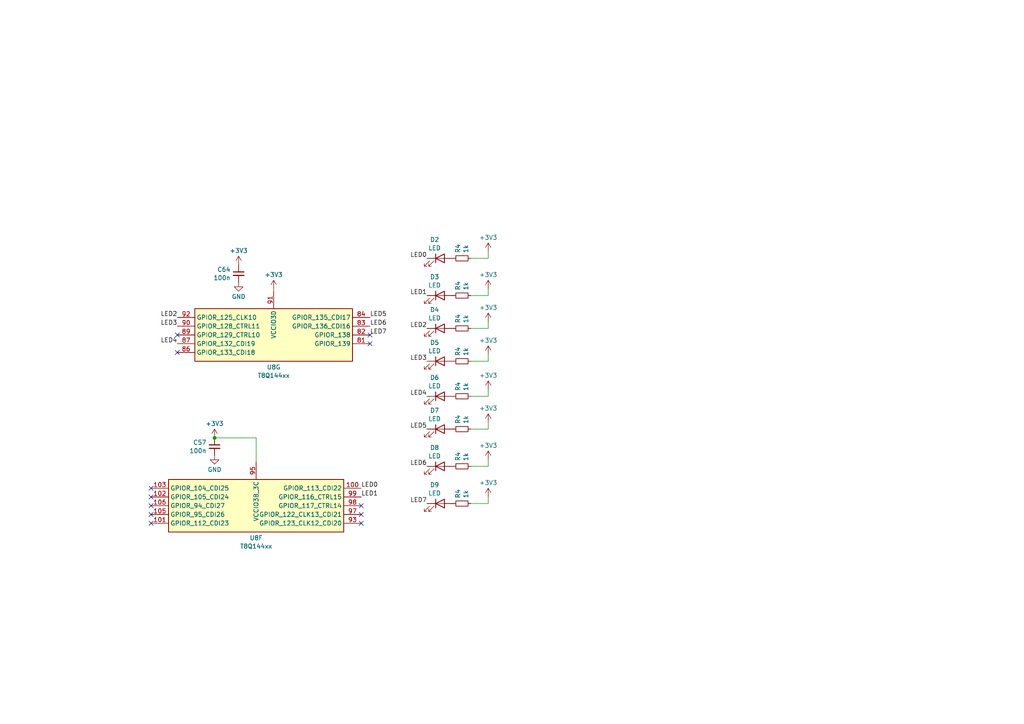
<source format=kicad_sch>
(kicad_sch (version 20230121) (generator eeschema)
  (paper "A4")
  (lib_symbols
    (symbol "Device:C_Small" (pin_numbers hide) (pin_names (offset 0.254) hide)
      (property "Reference" "C" (at 0.254 1.778 0))
      (property "Value" "C_Small" (at 0.254 -2.032 0))
      (symbol "C_Small_0_1"
        (polyline (pts (xy -1.524 -0.508) (xy 1.524 -0.508)) (stroke (width 0.3302)))
        (polyline (pts (xy -1.524 0.508) (xy 1.524 0.508)) (stroke (width 0.3048)))
      )
      (symbol "C_Small_1_1"
        (pin passive line (at 0 2.54 270) (length 2.032) (name "~") (number "1"))
        (pin passive line (at 0 -2.54 90) (length 2.032) (name "~") (number "2"))
      )
    )
    (symbol "Device:LED" (pin_numbers hide) (pin_names (offset 1.016) hide)
      (property "Reference" "D" (at 0 2.54 0))
      (property "Value" "LED" (at 0 -2.54 0))
      (symbol "LED_0_1"
        (polyline (pts (xy -1.27 -1.27) (xy -1.27 1.27)) (stroke (width 0.254)))
        (polyline (pts (xy -1.27 0) (xy 1.27 0)))
        (polyline (pts (xy 1.27 -1.27) (xy 1.27 1.27) (xy -1.27 0) (xy 1.27 -1.27)) (stroke (width 0.254)))
        (polyline (pts (xy -3.048 -0.762) (xy -4.572 -2.286) (xy -3.81 -2.286) (xy -4.572 -2.286) (xy -4.572 -1.524)))
        (polyline (pts (xy -1.778 -0.762) (xy -3.302 -2.286) (xy -2.54 -2.286) (xy -3.302 -2.286) (xy -3.302 -1.524)))
      )
      (symbol "LED_1_1"
        (pin passive line (at -3.81 0 0) (length 2.54) (name "K") (number "1"))
        (pin passive line (at 3.81 0 180) (length 2.54) (name "A") (number "2"))
      )
    )
    (symbol "Device:R_Small" (pin_numbers hide) (pin_names (offset 0.254) hide)
      (property "Reference" "R" (at 0.762 0.508 0))
      (property "Value" "R_Small" (at 0.762 -1.016 0))
      (symbol "R_Small_0_1"
        (rectangle (start -0.762 1.778) (end 0.762 -1.778) (stroke (width 0.2032)))
      )
      (symbol "R_Small_1_1"
        (pin passive line (at 0 2.54 270) (length 0.762) (name "~") (number "1"))
        (pin passive line (at 0 -2.54 90) (length 0.762) (name "~") (number "2"))
      )
    )
    (symbol "FPGA_Efinix_Trion:T8Q144xx"
      (property "Reference" "U" (at -24.13 16.51 0))
      (property "Value" "T8Q144xx" (at 19.05 -16.51 0))
      (symbol "T8Q144xx_1_1"
        (rectangle (start -17.78 12.7) (end 17.78 -12.7) (stroke (width 0.254)) (fill (type background)))
        (pin power_in line (at 0 17.78 270) (length 5.08) (name "VCCIO1A") (number "23"))
        (pin output line (at -22.86 -5.08 0) (length 5.08) (name "TDO") (number "24"))
        (pin input line (at -22.86 -7.62 0) (length 5.08) (name "TMS") (number "25"))
        (pin input line (at -22.86 0 0) (length 5.08) (name "TCK") (number "26"))
        (pin input line (at -22.86 -2.54 0) (length 5.08) (name "TDI") (number "27"))
        (pin bidirectional line (at 22.86 -2.54 180) (length 5.08) (name "GPIOL_09_CDI1") (number "28"))
        (pin bidirectional line (at 22.86 0 180) (length 5.08) (name "GPIOL_08_CDI0") (number "29"))
        (pin bidirectional line (at 22.86 7.62 180) (length 5.08) (name "GPIOL_01_CCK") (number "30"))
        (pin bidirectional line (at 22.86 10.16 180) (length 5.08) (name "GPIOL_00_SS_N") (number "31"))
        (pin bidirectional line (at 22.86 5.08 180) (length 5.08) (name "GPIOL_04_CSI") (number "32"))
        (pin bidirectional line (at 22.86 2.54 180) (length 5.08) (name "GPIOL_05_CSO") (number "33"))
        (pin bidirectional line (at -22.86 10.16 0) (length 5.08) (name "CDONE") (number "34"))
        (pin bidirectional line (at -22.86 5.08 0) (length 5.08) (name "CRESET_N") (number "35"))
      )
      (symbol "T8Q144xx_2_1"
        (rectangle (start -22.86 7.62) (end 22.86 -7.62) (stroke (width 0.254)) (fill (type background)))
        (pin bidirectional line (at 27.94 0 180) (length 5.08) (name "GPIOL_25_CLK1") (number "14"))
        (pin bidirectional line (at 27.94 2.54 180) (length 5.08) (name "GPIOL_24_CLK0") (number "15"))
        (pin bidirectional line (at 27.94 5.08 180) (length 5.08) (name "GPIOL_22_CTRL2") (number "16"))
        (pin bidirectional line (at -27.94 -2.54 0) (length 5.08) (name "GPIOL_21_CTRL1_CDI5") (number "17"))
        (pin bidirectional line (at -27.94 0 0) (length 5.08) (name "GPIOL_20_CTRL0_CDI4") (number "18"))
        (pin bidirectional line (at -27.94 2.54 0) (length 5.08) (name "GPIOL_13_CDI3") (number "19"))
        (pin bidirectional line (at -27.94 5.08 0) (length 5.08) (name "GPIOL_12_CDI2") (number "20"))
        (pin power_in line (at 0 12.7 270) (length 5.08) (name "VCCIO1B") (number "21"))
      )
      (symbol "T8Q144xx_3_1"
        (rectangle (start -22.86 7.62) (end 22.86 -7.62) (stroke (width 0.254)) (fill (type background)))
        (pin bidirectional line (at -27.94 2.54 0) (length 5.08) (name "GPIOL_32_CTRL4_CDI7") (number "10"))
        (pin bidirectional line (at -27.94 5.08 0) (length 5.08) (name "GPIOL_31_CLK7_CDI6") (number "11"))
        (pin power_in line (at 0 12.7 270) (length 5.08) (name "VCCIO1C_1D") (number "12"))
        (pin bidirectional line (at 27.94 2.54 180) (length 5.08) (name "GPIOL_53_CDI10") (number "3"))
        (pin bidirectional line (at 27.94 0 180) (length 5.08) (name "GPIOL_54_CDI11") (number "4"))
        (pin bidirectional line (at 27.94 5.08 180) (length 5.08) (name "GPIOL_46") (number "6"))
        (pin bidirectional line (at -27.94 -2.54 0) (length 5.08) (name "GPIOL_41_CDI9") (number "7"))
        (pin bidirectional line (at -27.94 0 0) (length 5.08) (name "GPIOL_40_CDI8") (number "8"))
      )
      (symbol "T8Q144xx_4_1"
        (rectangle (start -25.4 10.16) (end 25.4 -10.16) (stroke (width 0.254)) (fill (type background)))
        (pin bidirectional line (at 30.48 -5.08 180) (length 5.08) (name "GPIOL_75_PLLIN1") (number "131"))
        (pin bidirectional line (at 30.48 -2.54 180) (length 5.08) (name "GPIOL_74_PLLIN0") (number "132"))
        (pin bidirectional line (at 30.48 0 180) (length 5.08) (name "GPIOL_73_EXTFB1_CDI15") (number "134"))
        (pin bidirectional line (at 30.48 2.54 180) (length 5.08) (name "GPIOL_72_EXTFB0_CDI14") (number "135"))
        (pin bidirectional line (at 30.48 5.08 180) (length 5.08) (name "GPIOL_71_NSTATUS") (number "136"))
        (pin bidirectional line (at 30.48 7.62 180) (length 5.08) (name "GPIOL_70_CBSEL0") (number "137"))
        (pin bidirectional line (at -30.48 -5.08 0) (length 5.08) (name "GPIOL_69_CBSEL1") (number "138"))
        (pin bidirectional line (at -30.48 -2.54 0) (length 5.08) (name "GPIOL_68") (number "139"))
        (pin bidirectional line (at -30.48 0 0) (length 5.08) (name "GPIOL_67_CDI13") (number "140"))
        (pin bidirectional line (at -30.48 5.08 0) (length 5.08) (name "GPIOL_65") (number "141"))
        (pin bidirectional line (at -30.48 2.54 0) (length 5.08) (name "GPIOL_66_CDI12") (number "142"))
        (pin power_in line (at 0 15.24 270) (length 5.08) (name "VCCIO1E") (number "143"))
        (pin bidirectional line (at -30.48 7.62 0) (length 5.08) (name "GPIOL_64") (number "144"))
      )
      (symbol "T8Q144xx_5_1"
        (rectangle (start -25.4 10.16) (end 25.4 -10.16) (stroke (width 0.254)) (fill (type background)))
        (pin bidirectional line (at 30.48 -5.08 180) (length 5.08) (name "GPIOR_88_CDI28") (number "109"))
        (pin bidirectional line (at 30.48 -2.54 180) (length 5.08) (name "GPIOR_87_CDI29") (number "110"))
        (pin bidirectional line (at 30.48 2.54 180) (length 5.08) (name "GPIOR_85") (number "111"))
        (pin bidirectional line (at 30.48 0 180) (length 5.08) (name "GPIOR_86") (number "112"))
        (pin bidirectional line (at 30.48 5.08 180) (length 5.08) (name "GPIOR_84") (number "113"))
        (pin bidirectional line (at 30.48 7.62 180) (length 5.08) (name "GPIOR_83") (number "114"))
        (pin bidirectional line (at -30.48 -7.62 0) (length 5.08) (name "GPIOR_82") (number "115"))
        (pin bidirectional line (at -30.48 -5.08 0) (length 5.08) (name "GPIOR_81_MREFCLK") (number "116"))
        (pin bidirectional line (at -30.48 -2.54 0) (length 5.08) (name "GPIOR_80") (number "117"))
        (pin bidirectional line (at -30.48 0 0) (length 5.08) (name "GPIOR_79_EXTFB1_CDI30") (number "118"))
        (pin bidirectional line (at -30.48 2.54 0) (length 5.08) (name "GPIOR_78_EXTFB0_CDI31") (number "119"))
        (pin power_in line (at 0 15.24 270) (length 5.08) (name "VCCIO3A") (number "122"))
        (pin bidirectional line (at -30.48 5.08 0) (length 5.08) (name "GPIOR_77_PLLIN1") (number "123"))
        (pin bidirectional line (at -30.48 7.62 0) (length 5.08) (name "GPIOR_76_PLLIN0") (number "124"))
      )
      (symbol "T8Q144xx_6_1"
        (rectangle (start -25.4 7.62) (end 25.4 -7.62) (stroke (width 0.254)) (fill (type background)))
        (pin bidirectional line (at 30.48 5.08 180) (length 5.08) (name "GPIOR_113_CDI22") (number "100"))
        (pin bidirectional line (at -30.48 -5.08 0) (length 5.08) (name "GPIOR_112_CDI23") (number "101"))
        (pin bidirectional line (at -30.48 2.54 0) (length 5.08) (name "GPIOR_105_CDI24") (number "102"))
        (pin bidirectional line (at -30.48 5.08 0) (length 5.08) (name "GPIOR_104_CDI25") (number "103"))
        (pin bidirectional line (at -30.48 -2.54 0) (length 5.08) (name "GPIOR_95_CDI26") (number "105"))
        (pin bidirectional line (at -30.48 0 0) (length 5.08) (name "GPIOR_94_CDI27") (number "106"))
        (pin bidirectional line (at 30.48 -5.08 180) (length 5.08) (name "GPIOR_123_CLK12_CDI20") (number "93"))
        (pin power_in line (at 0 12.7 270) (length 5.08) (name "VCCIO3B_3C") (number "95"))
        (pin bidirectional line (at 30.48 -2.54 180) (length 5.08) (name "GPIOR_122_CLK13_CDI21") (number "97"))
        (pin bidirectional line (at 30.48 0 180) (length 5.08) (name "GPIOR_117_CTRL14") (number "98"))
        (pin bidirectional line (at 30.48 2.54 180) (length 5.08) (name "GPIOR_116_CTRL15") (number "99"))
      )
      (symbol "T8Q144xx_7_1"
        (rectangle (start -22.86 7.62) (end 22.86 -7.62) (stroke (width 0.254)) (fill (type background)))
        (pin bidirectional line (at 27.94 -2.54 180) (length 5.08) (name "GPIOR_139") (number "81"))
        (pin bidirectional line (at 27.94 0 180) (length 5.08) (name "GPIOR_138") (number "82"))
        (pin bidirectional line (at 27.94 2.54 180) (length 5.08) (name "GPIOR_136_CDI16") (number "83"))
        (pin bidirectional line (at 27.94 5.08 180) (length 5.08) (name "GPIOR_135_CDI17") (number "84"))
        (pin bidirectional line (at -27.94 -5.08 0) (length 5.08) (name "GPIOR_133_CDI18") (number "86"))
        (pin bidirectional line (at -27.94 -2.54 0) (length 5.08) (name "GPIOR_132_CDI19") (number "87"))
        (pin bidirectional line (at -27.94 0 0) (length 5.08) (name "GPIOR_129_CTRL10") (number "89"))
        (pin bidirectional line (at -27.94 2.54 0) (length 5.08) (name "GPIOR_128_CTRL11") (number "90"))
        (pin power_in line (at 0 12.7 270) (length 5.08) (name "VCCIO3D") (number "91"))
        (pin bidirectional line (at -27.94 5.08 0) (length 5.08) (name "GPIOR_125_CLK10") (number "92"))
      )
      (symbol "T8Q144xx_8_1"
        (rectangle (start -22.86 7.62) (end 22.86 -7.62) (stroke (width 0.254)) (fill (type background)))
        (pin bidirectional line (at 27.94 0 180) (length 5.08) (name "GPIOR_158_TEST_N") (number "74"))
        (pin bidirectional line (at 27.94 2.54 180) (length 5.08) (name "GPIOR_157_PLLIN") (number "75"))
        (pin bidirectional line (at 27.94 5.08 180) (length 5.08) (name "GPIOR_155") (number "76"))
        (pin bidirectional line (at -27.94 -2.54 0) (length 5.08) (name "GPIOR_154") (number "77"))
        (pin bidirectional line (at -27.94 0 0) (length 5.08) (name "GPIOR_151_CBUS0") (number "78"))
        (pin bidirectional line (at -27.94 2.54 0) (length 5.08) (name "GPIOR_150_CBUS1") (number "79"))
        (pin bidirectional line (at -27.94 5.08 0) (length 5.08) (name "GPIOR_149_CBUS2") (number "80"))
        (pin power_in line (at 0 12.7 270) (length 5.08) (name "VCCIO3E") (number "88"))
      )
      (symbol "T8Q144xx_9_1"
        (rectangle (start -25.4 15.24) (end 25.4 -15.24) (stroke (width 0.254)) (fill (type background)))
        (pin bidirectional line (at -30.48 5.08 0) (length 5.08) (name "GPIOB_RXP00") (number "55"))
        (pin bidirectional line (at -30.48 2.54 0) (length 5.08) (name "GPIOB_RXN00") (number "56"))
        (pin bidirectional line (at -30.48 -2.54 0) (length 5.08) (name "GPIOB_RXP02") (number "58"))
        (pin bidirectional line (at -30.48 -5.08 0) (length 5.08) (name "GPIOB_RXN02") (number "59"))
        (pin bidirectional line (at -30.48 -12.7 0) (length 5.08) (name "GPIOB_RXN03") (number "60"))
        (pin bidirectional line (at -30.48 -10.16 0) (length 5.08) (name "GPIOB_RXP03") (number "61"))
        (pin power_in line (at 0 20.32 270) (length 5.08) (name "VCCIO4A") (number "62"))
        (pin passive line (at 0 20.32 270) (length 5.08) hide (name "VCCIO4A") (number "63"))
        (pin bidirectional line (at 30.48 10.16 180) (length 5.08) (name "GPIOB_RXN07") (number "65"))
        (pin bidirectional line (at 30.48 12.7 180) (length 5.08) (name "GPIOB_RXP07") (number "66"))
        (pin bidirectional line (at 30.48 5.08 180) (length 5.08) (name "GPIOB_RXP10") (number "67"))
        (pin bidirectional line (at 30.48 2.54 180) (length 5.08) (name "GPIOB_RXN10") (number "68"))
        (pin bidirectional line (at 30.48 -5.08 180) (length 5.08) (name "GPIOB_RXN12_EXTFB0") (number "69"))
        (pin bidirectional line (at 30.48 -2.54 180) (length 5.08) (name "GPIOB_RXP12_EXTFB0") (number "70"))
        (pin bidirectional line (at -30.48 12.7 0) (length 5.08) (name "GPIOB_CLKP0") (number "71"))
        (pin bidirectional line (at -30.48 10.16 0) (length 5.08) (name "GPIOB_CLKN0") (number "72"))
      )
      (symbol "T8Q144xx_10_1"
        (rectangle (start -17.78 15.24) (end 17.78 -15.24) (stroke (width 0.254)) (fill (type background)))
        (pin passive line (at -22.86 -10.16 0) (length 5.08) (name "REF_RES") (number "36"))
        (pin bidirectional line (at -22.86 12.7 0) (length 5.08) (name "GPIOB_TXP00") (number "38"))
        (pin bidirectional line (at -22.86 10.16 0) (length 5.08) (name "GPIOB_TXN00") (number "39"))
        (pin bidirectional line (at -22.86 5.08 0) (length 5.08) (name "GPIOB_TXP02") (number "40"))
        (pin bidirectional line (at -22.86 2.54 0) (length 5.08) (name "GPIOB_TXN02") (number "41"))
        (pin bidirectional line (at -22.86 -2.54 0) (length 5.08) (name "GPIOB_TXP04") (number "42"))
        (pin bidirectional line (at -22.86 -5.08 0) (length 5.08) (name "GPIOB_TXN04") (number "43"))
        (pin bidirectional line (at 22.86 12.7 180) (length 5.08) (name "GPIOB_TXP06") (number "45"))
        (pin bidirectional line (at 22.86 10.16 180) (length 5.08) (name "GPIOB_TXN06") (number "46"))
        (pin bidirectional line (at 22.86 5.08 180) (length 5.08) (name "GPIOB_TXP09") (number "47"))
        (pin bidirectional line (at 22.86 2.54 180) (length 5.08) (name "GPIOB_TXN09") (number "48"))
        (pin power_in line (at 0 20.32 270) (length 5.08) (name "VCCIO4B") (number "51"))
        (pin passive line (at 0 20.32 270) (length 5.08) hide (name "VCCIO4B") (number "52"))
        (pin bidirectional line (at 22.86 -2.54 180) (length 5.08) (name "GPIOB_TXP11") (number "53"))
        (pin bidirectional line (at 22.86 -5.08 180) (length 5.08) (name "GPIOB_TXN11") (number "54"))
      )
      (symbol "T8Q144xx_11_1"
        (rectangle (start -17.78 7.62) (end 17.78 -7.62) (stroke (width 0.254)) (fill (type background)))
        (pin power_in line (at 0 -12.7 90) (length 5.08) (name "GND") (number "1"))
        (pin passive line (at 0 -12.7 90) (length 5.08) hide (name "GND") (number "104"))
        (pin power_in line (at 15.24 12.7 270) (length 5.08) (name "VCCA_TR") (number "107"))
        (pin passive line (at 0 -12.7 90) (length 5.08) hide (name "GND") (number "108"))
        (pin passive line (at 0 -12.7 90) (length 5.08) hide (name "GND") (number "120"))
        (pin passive line (at 0 -12.7 90) (length 5.08) hide (name "GND") (number "121"))
        (pin power_in line (at 0 12.7 270) (length 5.08) (name "VCC") (number "125"))
        (pin passive line (at 0 -12.7 90) (length 5.08) hide (name "GND") (number "126"))
        (pin passive line (at 0 -12.7 90) (length 5.08) hide (name "GND") (number "127"))
        (pin power_in line (at 2.54 12.7 270) (length 5.08) (name "VCC") (number "128"))
        (pin passive line (at 0 -12.7 90) (length 5.08) hide (name "GND") (number "129"))
        (pin power_in line (at -15.24 12.7 270) (length 5.08) (name "VCC") (number "13"))
        (pin power_in line (at 5.08 12.7 270) (length 5.08) (name "VCC") (number "130"))
        (pin passive line (at 0 -12.7 90) (length 5.08) hide (name "GND") (number "133"))
        (pin power_in line (at 12.7 12.7 270) (length 5.08) (name "VCCA_TL") (number "2"))
        (pin power_in line (at -12.7 12.7 270) (length 5.08) (name "VCC") (number "22"))
        (pin passive line (at 0 -12.7 90) (length 5.08) hide (name "GND") (number "37"))
        (pin passive line (at 0 -12.7 90) (length 5.08) hide (name "GND") (number "44"))
        (pin power_in line (at -10.16 12.7 270) (length 5.08) (name "VCC") (number "49"))
        (pin passive line (at 0 -12.7 90) (length 5.08) hide (name "GND") (number "5"))
        (pin passive line (at 0 -12.7 90) (length 5.08) hide (name "GND") (number "50"))
        (pin power_in line (at -7.62 12.7 270) (length 5.08) (name "VCC") (number "57"))
        (pin passive line (at 0 -12.7 90) (length 5.08) hide (name "GND") (number "64"))
        (pin power_in line (at 10.16 12.7 270) (length 5.08) (name "VCCA_BR") (number "73"))
        (pin power_in line (at -5.08 12.7 270) (length 5.08) (name "VCC") (number "85"))
        (pin passive line (at 0 -12.7 90) (length 5.08) hide (name "GND") (number "9"))
        (pin passive line (at 0 -12.7 90) (length 5.08) hide (name "GND") (number "94"))
        (pin power_in line (at -2.54 12.7 270) (length 5.08) (name "VCC") (number "96"))
      )
    )
    (symbol "power:+3V3" (power) (pin_names (offset 0))
      (property "Value" "+3V3" (at 0 3.556 0))
      (symbol "+3V3_0_1"
        (polyline (pts (xy -0.762 1.27) (xy 0 2.54)))
        (polyline (pts (xy 0 0) (xy 0 2.54)))
        (polyline (pts (xy 0 2.54) (xy 0.762 1.27)))
      )
      (symbol "+3V3_1_1"
        (pin power_in line (at 0 0 90) (length 0) hide (name "+3V3") (number "1"))
      )
    )
    (symbol "power:GND" (power) (pin_names (offset 0))
      (property "Value" "GND" (at 0 -3.81 0))
      (symbol "GND_0_1"
        (polyline (pts (xy 0 0) (xy 0 -1.27) (xy 1.27 -1.27) (xy 0 -2.54) (xy -1.27 -1.27) (xy 0 -1.27)))
      )
      (symbol "GND_1_1"
        (pin power_in line (at 0 0 270) (length 0) hide (name "GND") (number "1"))
      )
    )
  )
  (junction (at 62.23 127))
  (no_connect (at 51.435 102.235))
  (no_connect (at 104.775 146.685))
  (no_connect (at 104.775 149.225))
  (no_connect (at 104.775 151.765))
  (no_connect (at 43.815 146.685))
  (no_connect (at 43.815 141.605))
  (no_connect (at 107.315 97.155))
  (no_connect (at 43.815 151.765))
  (no_connect (at 107.315 99.695))
  (no_connect (at 43.815 149.225))
  (no_connect (at 43.815 144.145))
  (no_connect (at 51.435 97.155))
  (wire (pts (xy 141.605 113.03) (xy 141.605 114.935)))
  (wire (pts (xy 141.605 73.025) (xy 141.605 74.93)))
  (wire (pts (xy 141.605 74.93) (xy 136.525 74.93)))
  (wire (pts (xy 141.605 122.555) (xy 141.605 124.46)))
  (wire (pts (xy 141.605 102.87) (xy 141.605 104.775)))
  (wire (pts (xy 141.605 146.05) (xy 136.525 146.05)))
  (wire (pts (xy 141.605 144.145) (xy 141.605 146.05)))
  (wire (pts (xy 141.605 114.935) (xy 136.525 114.935)))
  (wire (pts (xy 74.295 127) (xy 62.23 127)))
  (wire (pts (xy 74.295 133.985) (xy 74.295 127)))
  (wire (pts (xy 141.605 83.82) (xy 141.605 85.725)))
  (wire (pts (xy 79.375 83.82) (xy 79.375 84.455)))
  (wire (pts (xy 141.605 133.35) (xy 141.605 135.255)))
  (wire (pts (xy 141.605 104.775) (xy 136.525 104.775)))
  (wire (pts (xy 141.605 135.255) (xy 136.525 135.255)))
  (wire (pts (xy 141.605 85.725) (xy 136.525 85.725)))
  (wire (pts (xy 141.605 124.46) (xy 136.525 124.46)))
  (wire (pts (xy 141.605 95.25) (xy 136.525 95.25)))
  (wire (pts (xy 141.605 93.345) (xy 141.605 95.25)))
  (label "LED4" (at 51.435 99.695 180))
  (label "LED2" (at 123.825 95.25 180))
  (label "LED7" (at 123.825 146.05 180))
  (label "LED0" (at 123.825 74.93 180))
  (label "LED5" (at 123.825 124.46 180))
  (label "LED6" (at 107.315 94.615 0))
  (label "LED1" (at 123.825 85.725 180))
  (label "LED4" (at 123.825 114.935 180))
  (label "LED6" (at 123.825 135.255 180))
  (label "LED3" (at 51.435 94.615 180))
  (label "LED0" (at 104.775 141.605 0))
  (label "LED7" (at 107.315 97.155 0))
  (label "LED3" (at 123.825 104.775 180))
  (label "LED2" (at 51.435 92.075 180))
  (label "LED5" (at 107.315 92.075 0))
  (label "LED1" (at 104.775 144.145 0))
  (symbol (lib_id "Device:C_Small") (at 62.23 129.54 0) (mirror y) (unit 1)
    (property "Reference" "C57" (at 59.9059 128.3342 0) (effects (justify left)))
    (property "Value" "100n" (at 59.9059 130.7584 0) (effects (justify left)))
    (property "Footprint" "Capacitor_SMD:C_0603_1608Metric" (effects hide))
  )
  (symbol (lib_id "power:+3V3") (at 141.605 93.345 0) (mirror y) (unit 1)
    (property "Reference" "#PWR0121" (effects hide))
    (property "Value" "+3V3" (at 141.605 89.2119 0))
  )
  (symbol (lib_id "Device:LED") (at 127.635 114.935 0) (unit 1)
    (property "Reference" "D6" (at 126.0475 109.5207 0))
    (property "Value" "LED" (at 126.0475 111.9449 0))
    (property "Footprint" "LED_SMD:LED_0603_1608Metric" (effects hide))
  )
  (symbol (lib_id "Device:LED") (at 127.635 104.775 0) (unit 1)
    (property "Reference" "D5" (at 126.0475 99.3607 0))
    (property "Value" "LED" (at 126.0475 101.7849 0))
    (property "Footprint" "LED_SMD:LED_0603_1608Metric" (effects hide))
  )
  (symbol (lib_id "Device:LED") (at 127.635 74.93 0) (unit 1)
    (property "Reference" "D2" (at 126.0475 69.5157 0))
    (property "Value" "LED" (at 126.0475 71.9399 0))
    (property "Footprint" "LED_SMD:LED_0603_1608Metric" (effects hide))
  )
  (symbol (lib_id "Device:R_Small") (at 133.985 114.935 90) (unit 1)
    (property "Reference" "R4" (at 132.8166 113.4364 0) (effects (justify left)))
    (property "Value" "1k" (at 135.128 113.4364 0) (effects (justify left)))
    (property "Footprint" "Resistor_SMD:R_0603_1608Metric" (effects hide))
    (instances (project "usbadc" (path "" (reference "R4") (unit 1))) (project "trion-8-test" (path "" (reference "R68") (unit 1))))
  )
  (symbol (lib_id "Device:R_Small") (at 133.985 95.25 90) (unit 1)
    (property "Reference" "R4" (at 132.8166 93.7514 0) (effects (justify left)))
    (property "Value" "1k" (at 135.128 93.7514 0) (effects (justify left)))
    (property "Footprint" "Resistor_SMD:R_0603_1608Metric" (effects hide))
    (instances (project "usbadc" (path "" (reference "R4") (unit 1))) (project "trion-8-test" (path "" (reference "R66") (unit 1))))
  )
  (symbol (lib_id "Device:LED") (at 127.635 124.46 0) (unit 1)
    (property "Reference" "D7" (at 126.0475 119.0457 0))
    (property "Value" "LED" (at 126.0475 121.4699 0))
    (property "Footprint" "LED_SMD:LED_0603_1608Metric" (effects hide))
  )
  (symbol (lib_id "power:+3V3") (at 79.375 83.82 0) (unit 1)
    (property "Reference" "#PWR0108" (effects hide))
    (property "Value" "+3V3" (at 79.375 79.6869 0))
  )
  (symbol (lib_id "Device:R_Small") (at 133.985 124.46 90) (unit 1)
    (property "Reference" "R4" (at 132.8166 122.9614 0) (effects (justify left)))
    (property "Value" "1k" (at 135.128 122.9614 0) (effects (justify left)))
    (property "Footprint" "Resistor_SMD:R_0603_1608Metric" (effects hide))
    (instances (project "usbadc" (path "" (reference "R4") (unit 1))) (project "trion-8-test" (path "" (reference "R69") (unit 1))))
  )
  (symbol (lib_id "Device:R_Small") (at 133.985 135.255 90) (unit 1)
    (property "Reference" "R4" (at 132.8166 133.7564 0) (effects (justify left)))
    (property "Value" "1k" (at 135.128 133.7564 0) (effects (justify left)))
    (property "Footprint" "Resistor_SMD:R_0603_1608Metric" (effects hide))
    (instances (project "usbadc" (path "" (reference "R4") (unit 1))) (project "trion-8-test" (path "" (reference "R70") (unit 1))))
  )
  (symbol (lib_id "power:+3V3") (at 141.605 122.555 0) (mirror y) (unit 1)
    (property "Reference" "#PWR0124" (effects hide))
    (property "Value" "+3V3" (at 141.605 118.4219 0))
  )
  (symbol (lib_id "Device:R_Small") (at 133.985 85.725 90) (unit 1)
    (property "Reference" "R4" (at 132.8166 84.2264 0) (effects (justify left)))
    (property "Value" "1k" (at 135.128 84.2264 0) (effects (justify left)))
    (property "Footprint" "Resistor_SMD:R_0603_1608Metric" (effects hide))
    (instances (project "usbadc" (path "" (reference "R4") (unit 1))) (project "trion-8-test" (path "" (reference "R65") (unit 1))))
  )
  (symbol (lib_id "power:+3V3") (at 141.605 102.87 0) (mirror y) (unit 1)
    (property "Reference" "#PWR0122" (effects hide))
    (property "Value" "+3V3" (at 141.605 98.7369 0))
  )
  (symbol (lib_id "Device:R_Small") (at 133.985 146.05 90) (unit 1)
    (property "Reference" "R4" (at 132.8166 144.5514 0) (effects (justify left)))
    (property "Value" "1k" (at 135.128 144.5514 0) (effects (justify left)))
    (property "Footprint" "Resistor_SMD:R_0603_1608Metric" (effects hide))
    (instances (project "usbadc" (path "" (reference "R4") (unit 1))) (project "trion-8-test" (path "" (reference "R71") (unit 1))))
  )
  (symbol (lib_id "Device:LED") (at 127.635 135.255 0) (unit 1)
    (property "Reference" "D8" (at 126.0475 129.8407 0))
    (property "Value" "LED" (at 126.0475 132.2649 0))
    (property "Footprint" "LED_SMD:LED_0603_1608Metric" (effects hide))
  )
  (symbol (lib_id "power:GND") (at 62.23 132.08 0) (unit 1)
    (property "Reference" "#PWR0103" (effects hide))
    (property "Value" "GND" (at 62.23 136.2131 0))
  )
  (symbol (lib_id "power:+3V3") (at 141.605 73.025 0) (mirror y) (unit 1)
    (property "Reference" "#PWR0119" (effects hide))
    (property "Value" "+3V3" (at 141.605 68.8919 0))
  )
  (symbol (lib_id "power:+3V3") (at 141.605 83.82 0) (mirror y) (unit 1)
    (property "Reference" "#PWR0120" (effects hide))
    (property "Value" "+3V3" (at 141.605 79.6869 0))
  )
  (symbol (lib_id "power:+3V3") (at 141.605 113.03 0) (mirror y) (unit 1)
    (property "Reference" "#PWR0123" (effects hide))
    (property "Value" "+3V3" (at 141.605 108.8969 0))
  )
  (symbol (lib_id "power:+3V3") (at 62.23 127 0) (unit 1)
    (property "Reference" "#PWR0102" (effects hide))
    (property "Value" "+3V3" (at 62.23 122.8669 0))
  )
  (symbol (lib_id "Device:R_Small") (at 133.985 74.93 90) (unit 1)
    (property "Reference" "R4" (at 132.8166 73.4314 0) (effects (justify left)))
    (property "Value" "1k" (at 135.128 73.4314 0) (effects (justify left)))
    (property "Footprint" "Resistor_SMD:R_0603_1608Metric" (effects hide))
    (instances (project "usbadc" (path "" (reference "R4") (unit 1))) (project "trion-8-test" (path "" (reference "R57") (unit 1))))
  )
  (symbol (lib_id "FPGA_Efinix_Trion:T8Q144xx") (at 79.375 97.155 0) (unit 7)
    (property "Reference" "U8" (at 79.375 106.4951 0))
    (property "Value" "T8Q144xx" (at 79.375 108.9193 0))
    (property "Footprint" "Package_QFP:LQFP-144_20x20mm_P0.5mm" (effects hide))
    (property "Datasheet" "https://www.efinixinc.com/docs/trion8-ds-v4.4.pdf" (effects hide))
  )
  (symbol (lib_id "Device:R_Small") (at 133.985 104.775 90) (unit 1)
    (property "Reference" "R4" (at 132.8166 103.2764 0) (effects (justify left)))
    (property "Value" "1k" (at 135.128 103.2764 0) (effects (justify left)))
    (property "Footprint" "Resistor_SMD:R_0603_1608Metric" (effects hide))
    (instances (project "usbadc" (path "" (reference "R4") (unit 1))) (project "trion-8-test" (path "" (reference "R67") (unit 1))))
  )
  (symbol (lib_id "power:+3V3") (at 141.605 144.145 0) (mirror y) (unit 1)
    (property "Reference" "#PWR0126" (effects hide))
    (property "Value" "+3V3" (at 141.605 140.0119 0))
  )
  (symbol (lib_id "Device:LED") (at 127.635 95.25 0) (unit 1)
    (property "Reference" "D4" (at 126.0475 89.8357 0))
    (property "Value" "LED" (at 126.0475 92.2599 0))
    (property "Footprint" "LED_SMD:LED_0603_1608Metric" (effects hide))
  )
  (symbol (lib_id "power:GND") (at 69.215 81.915 0) (unit 1)
    (property "Reference" "#PWR0128" (effects hide))
    (property "Value" "GND" (at 69.215 86.0481 0))
  )
  (symbol (lib_id "Device:C_Small") (at 69.215 79.375 0) (mirror y) (unit 1)
    (property "Reference" "C64" (at 66.8909 78.1692 0) (effects (justify left)))
    (property "Value" "100n" (at 66.8909 80.5934 0) (effects (justify left)))
    (property "Footprint" "Capacitor_SMD:C_0603_1608Metric" (effects hide))
  )
  (symbol (lib_id "Device:LED") (at 127.635 85.725 0) (unit 1)
    (property "Reference" "D3" (at 126.0475 80.3107 0))
    (property "Value" "LED" (at 126.0475 82.7349 0))
    (property "Footprint" "LED_SMD:LED_0603_1608Metric" (effects hide))
  )
  (symbol (lib_id "power:+3V3") (at 69.215 76.835 0) (unit 1)
    (property "Reference" "#PWR0127" (effects hide))
    (property "Value" "+3V3" (at 69.215 72.7019 0))
  )
  (symbol (lib_id "power:+3V3") (at 141.605 133.35 0) (mirror y) (unit 1)
    (property "Reference" "#PWR0125" (effects hide))
    (property "Value" "+3V3" (at 141.605 129.2169 0))
  )
  (symbol (lib_id "FPGA_Efinix_Trion:T8Q144xx") (at 74.295 146.685 0) (unit 6)
    (property "Reference" "U8" (at 74.295 156.0251 0))
    (property "Value" "T8Q144xx" (at 74.295 158.4493 0))
    (property "Footprint" "Package_QFP:LQFP-144_20x20mm_P0.5mm" (effects hide))
    (property "Datasheet" "https://www.efinixinc.com/docs/trion8-ds-v4.4.pdf" (effects hide))
  )
  (symbol (lib_id "Device:LED") (at 127.635 146.05 0) (unit 1)
    (property "Reference" "D9" (at 126.0475 140.6357 0))
    (property "Value" "LED" (at 126.0475 143.0599 0))
    (property "Footprint" "LED_SMD:LED_0603_1608Metric" (effects hide))
  )
)
</source>
